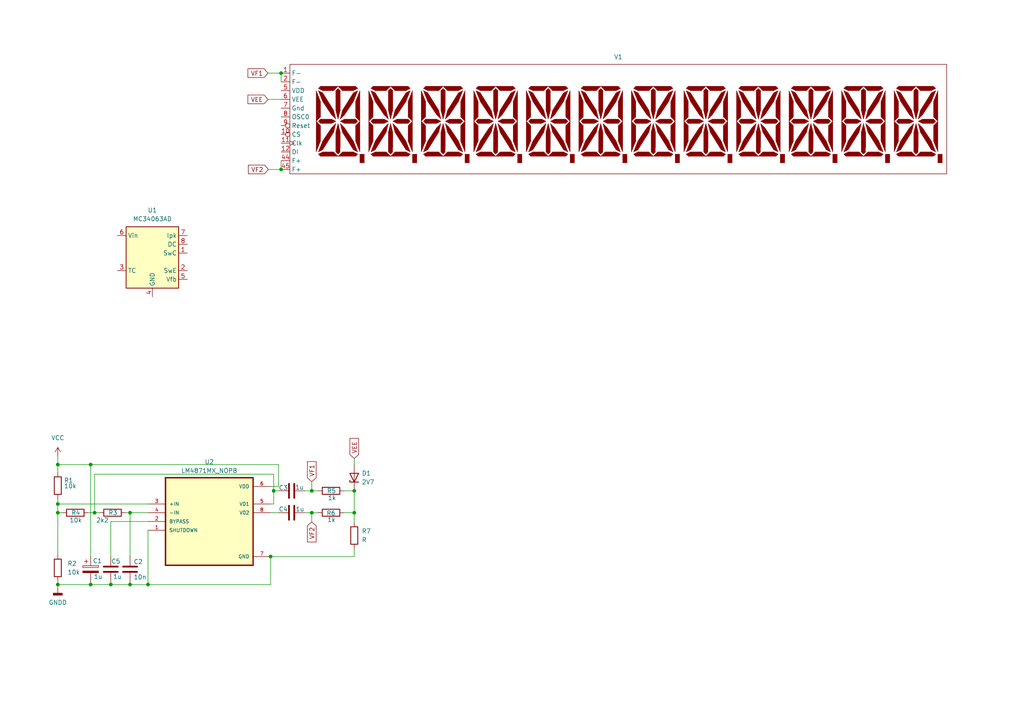
<source format=kicad_sch>
(kicad_sch (version 20230121) (generator eeschema)
  (paper "A4")
  (lib_symbols
    (symbol "Device:C" (pin_numbers hide) (pin_names (offset 0.254))
      (property "Reference" "C" (at 0.635 2.54 0))
      (property "Value" "C" (at 0.635 -2.54 0))
      (symbol "C_0_1"
        (polyline (pts (xy -2.032 -0.762) (xy 2.032 -0.762)) (stroke (width 0.508)))
        (polyline (pts (xy -2.032 0.762) (xy 2.032 0.762)) (stroke (width 0.508)))
      )
      (symbol "C_1_1"
        (pin passive line (at 0 3.81 270) (length 2.794) (name "~") (number "1"))
        (pin passive line (at 0 -3.81 90) (length 2.794) (name "~") (number "2"))
      )
    )
    (symbol "Device:C_Polarized" (pin_numbers hide) (pin_names (offset 0.254))
      (property "Reference" "C" (at 0.635 2.54 0))
      (property "Value" "C_Polarized" (at 0.635 -2.54 0))
      (symbol "C_Polarized_0_1"
        (rectangle (start -2.286 0.508) (end 2.286 1.016))
        (polyline (pts (xy -1.778 2.286) (xy -0.762 2.286)))
        (polyline (pts (xy -1.27 2.794) (xy -1.27 1.778)))
        (rectangle (start 2.286 -0.508) (end -2.286 -1.016) (fill (type outline)))
      )
      (symbol "C_Polarized_1_1"
        (pin passive line (at 0 3.81 270) (length 2.794) (name "~") (number "1"))
        (pin passive line (at 0 -3.81 90) (length 2.794) (name "~") (number "2"))
      )
    )
    (symbol "Device:D_Zener" (pin_numbers hide) (pin_names (offset 1.016) hide)
      (property "Reference" "D" (at 0 2.54 0))
      (property "Value" "D_Zener" (at 0 -2.54 0))
      (symbol "D_Zener_0_1"
        (polyline (pts (xy 1.27 0) (xy -1.27 0)))
        (polyline (pts (xy -1.27 -1.27) (xy -1.27 1.27) (xy -0.762 1.27)) (stroke (width 0.254)))
        (polyline (pts (xy 1.27 -1.27) (xy 1.27 1.27) (xy -1.27 0) (xy 1.27 -1.27)) (stroke (width 0.254)))
      )
      (symbol "D_Zener_1_1"
        (pin passive line (at -3.81 0 0) (length 2.54) (name "K") (number "1"))
        (pin passive line (at 3.81 0 180) (length 2.54) (name "A") (number "2"))
      )
    )
    (symbol "Device:R" (pin_numbers hide) (pin_names (offset 0))
      (property "Reference" "R" (at 2.032 0 90))
      (property "Value" "R" (at 0 0 90))
      (symbol "R_0_1"
        (rectangle (start -1.016 -2.54) (end 1.016 2.54) (stroke (width 0.254)))
      )
      (symbol "R_1_1"
        (pin passive line (at 0 3.81 270) (length 1.27) (name "~") (number "1"))
        (pin passive line (at 0 -3.81 90) (length 1.27) (name "~") (number "2"))
      )
    )
    (symbol "MyLib:LM4871MX_NOPB" (pin_names (offset 1.016))
      (property "Reference" "U" (at -12.7 13.7 0))
      (property "Value" "LM4871MX_NOPB" (at -12.7 -16.7 0))
      (symbol "LM4871MX_NOPB_0_0"
        (rectangle (start -12.7 -12.7) (end 12.7 12.7) (stroke (width 0.41)) (fill (type background)))
        (pin input line (at -17.78 -2.54 0) (length 5.08) (name "SHUTDOWN") (number "1"))
        (pin input line (at -17.78 0 0) (length 5.08) (name "BYPASS") (number "2"))
        (pin input line (at -17.78 5.08 0) (length 5.08) (name "+IN") (number "3"))
        (pin input line (at -17.78 2.54 0) (length 5.08) (name "-IN") (number "4"))
        (pin output line (at 17.78 5.08 180) (length 5.08) (name "V01") (number "5"))
        (pin power_in line (at 17.78 10.16 180) (length 5.08) (name "VDD") (number "6"))
        (pin power_in line (at 17.78 -10.16 180) (length 5.08) (name "GND") (number "7"))
        (pin output line (at 17.78 2.54 180) (length 5.08) (name "V02") (number "8"))
      )
    )
    (symbol "MyLib:VFD__HCS_12SS59T"
      (property "Reference" "V" (at 3.81 0 0))
      (symbol "VFD__HCS_12SS59T_0_1"
        (polyline (pts (xy -36.83 16.51) (xy 153.67 16.51) (xy 153.67 -15.24) (xy -36.83 -15.24) (xy -36.83 16.51)))
        (polyline (pts (xy -29.21 -8.89) (xy -29.21 0) (xy -27.94 -1.27) (xy -27.94 -5.715) (xy -29.21 -8.89)) (stroke (width 0.1016)) (fill (type outline)))
        (polyline (pts (xy -29.21 8.89) (xy -29.21 0) (xy -27.94 1.27) (xy -27.94 5.715) (xy -29.21 8.89)) (stroke (width 0.1016)) (fill (type outline)))
        (polyline (pts (xy -16.51 -9.525) (xy -16.51 -12.065) (xy -15.24 -12.065) (xy -15.24 -9.525) (xy -16.51 -9.525)) (stroke (width 0.1016)) (fill (type outline)))
        (polyline (pts (xy -16.51 -8.89) (xy -16.51 0) (xy -17.78 -1.27) (xy -17.78 -5.715) (xy -16.51 -8.89)) (stroke (width 0.1016)) (fill (type outline)))
        (polyline (pts (xy -16.51 8.89) (xy -16.51 0) (xy -17.78 1.27) (xy -17.78 5.715) (xy -16.51 8.89)) (stroke (width 0.1016)) (fill (type outline)))
        (polyline (pts (xy -13.97 -8.89) (xy -13.97 0) (xy -12.7 -1.27) (xy -12.7 -5.715) (xy -13.97 -8.89)) (stroke (width 0.1016)) (fill (type outline)))
        (polyline (pts (xy -13.97 8.89) (xy -13.97 0) (xy -12.7 1.27) (xy -12.7 5.715) (xy -13.97 8.89)) (stroke (width 0.1016)) (fill (type outline)))
        (polyline (pts (xy -1.27 -9.525) (xy -1.27 -12.065) (xy 0 -12.065) (xy 0 -9.525) (xy -1.27 -9.525)) (stroke (width 0.1016)) (fill (type outline)))
        (polyline (pts (xy -1.27 -8.89) (xy -1.27 0) (xy -2.54 -1.27) (xy -2.54 -5.715) (xy -1.27 -8.89)) (stroke (width 0.1016)) (fill (type outline)))
        (polyline (pts (xy -1.27 8.89) (xy -1.27 0) (xy -2.54 1.27) (xy -2.54 5.715) (xy -1.27 8.89)) (stroke (width 0.1016)) (fill (type outline)))
        (polyline (pts (xy 1.27 -8.89) (xy 1.27 0) (xy 2.54 -1.27) (xy 2.54 -5.715) (xy 1.27 -8.89)) (stroke (width 0.1016)) (fill (type outline)))
        (polyline (pts (xy 1.27 8.89) (xy 1.27 0) (xy 2.54 1.27) (xy 2.54 5.715) (xy 1.27 8.89)) (stroke (width 0.1016)) (fill (type outline)))
        (polyline (pts (xy 13.97 -9.525) (xy 13.97 -12.065) (xy 15.24 -12.065) (xy 15.24 -9.525) (xy 13.97 -9.525)) (stroke (width 0.1016)) (fill (type outline)))
        (polyline (pts (xy 13.97 -8.89) (xy 13.97 0) (xy 12.7 -1.27) (xy 12.7 -5.715) (xy 13.97 -8.89)) (stroke (width 0.1016)) (fill (type outline)))
        (polyline (pts (xy 13.97 8.89) (xy 13.97 0) (xy 12.7 1.27) (xy 12.7 5.715) (xy 13.97 8.89)) (stroke (width 0.1016)) (fill (type outline)))
        (polyline (pts (xy 16.51 -8.89) (xy 16.51 0) (xy 17.78 -1.27) (xy 17.78 -5.715) (xy 16.51 -8.89)) (stroke (width 0.1016)) (fill (type outline)))
        (polyline (pts (xy 16.51 8.89) (xy 16.51 0) (xy 17.78 1.27) (xy 17.78 5.715) (xy 16.51 8.89)) (stroke (width 0.1016)) (fill (type outline)))
        (polyline (pts (xy 29.21 -9.525) (xy 29.21 -12.065) (xy 30.48 -12.065) (xy 30.48 -9.525) (xy 29.21 -9.525)) (stroke (width 0.1016)) (fill (type outline)))
        (polyline (pts (xy 29.21 -8.89) (xy 29.21 0) (xy 27.94 -1.27) (xy 27.94 -5.715) (xy 29.21 -8.89)) (stroke (width 0.1016)) (fill (type outline)))
        (polyline (pts (xy 29.21 8.89) (xy 29.21 0) (xy 27.94 1.27) (xy 27.94 5.715) (xy 29.21 8.89)) (stroke (width 0.1016)) (fill (type outline)))
        (polyline (pts (xy 31.75 -8.89) (xy 31.75 0) (xy 33.02 -1.27) (xy 33.02 -5.715) (xy 31.75 -8.89)) (stroke (width 0.1016)) (fill (type outline)))
        (polyline (pts (xy 31.75 8.89) (xy 31.75 0) (xy 33.02 1.27) (xy 33.02 5.715) (xy 31.75 8.89)) (stroke (width 0.1016)) (fill (type outline)))
        (polyline (pts (xy 44.45 -9.525) (xy 44.45 -12.065) (xy 45.72 -12.065) (xy 45.72 -9.525) (xy 44.45 -9.525)) (stroke (width 0.1016)) (fill (type outline)))
        (polyline (pts (xy 44.45 -8.89) (xy 44.45 0) (xy 43.18 -1.27) (xy 43.18 -5.715) (xy 44.45 -8.89)) (stroke (width 0.1016)) (fill (type outline)))
        (polyline (pts (xy 44.45 8.89) (xy 44.45 0) (xy 43.18 1.27) (xy 43.18 5.715) (xy 44.45 8.89)) (stroke (width 0.1016)) (fill (type outline)))
        (polyline (pts (xy 46.99 -8.89) (xy 46.99 0) (xy 48.26 -1.27) (xy 48.26 -5.715) (xy 46.99 -8.89)) (stroke (width 0.1016)) (fill (type outline)))
        (polyline (pts (xy 46.99 8.89) (xy 46.99 0) (xy 48.26 1.27) (xy 48.26 5.715) (xy 46.99 8.89)) (stroke (width 0.1016)) (fill (type outline)))
        (polyline (pts (xy 59.69 -9.525) (xy 59.69 -12.065) (xy 60.96 -12.065) (xy 60.96 -9.525) (xy 59.69 -9.525)) (stroke (width 0.1016)) (fill (type outline)))
        (polyline (pts (xy 59.69 -8.89) (xy 59.69 0) (xy 58.42 -1.27) (xy 58.42 -5.715) (xy 59.69 -8.89)) (stroke (width 0.1016)) (fill (type outline)))
        (polyline (pts (xy 59.69 8.89) (xy 59.69 0) (xy 58.42 1.27) (xy 58.42 5.715) (xy 59.69 8.89)) (stroke (width 0.1016)) (fill (type outline)))
        (polyline (pts (xy 62.23 -8.89) (xy 62.23 0) (xy 63.5 -1.27) (xy 63.5 -5.715) (xy 62.23 -8.89)) (stroke (width 0.1016)) (fill (type outline)))
        (polyline (pts (xy 62.23 8.89) (xy 62.23 0) (xy 63.5 1.27) (xy 63.5 5.715) (xy 62.23 8.89)) (stroke (width 0.1016)) (fill (type outline)))
        (polyline (pts (xy 74.93 -9.525) (xy 74.93 -12.065) (xy 76.2 -12.065) (xy 76.2 -9.525) (xy 74.93 -9.525)) (stroke (width 0.1016)) (fill (type outline)))
        (polyline (pts (xy 74.93 -8.89) (xy 74.93 0) (xy 73.66 -1.27) (xy 73.66 -5.715) (xy 74.93 -8.89)) (stroke (width 0.1016)) (fill (type outline)))
        (polyline (pts (xy 74.93 8.89) (xy 74.93 0) (xy 73.66 1.27) (xy 73.66 5.715) (xy 74.93 8.89)) (stroke (width 0.1016)) (fill (type outline)))
        (polyline (pts (xy 77.47 -8.89) (xy 77.47 0) (xy 78.74 -1.27) (xy 78.74 -5.715) (xy 77.47 -8.89)) (stroke (width 0.1016)) (fill (type outline)))
        (polyline (pts (xy 77.47 8.89) (xy 77.47 0) (xy 78.74 1.27) (xy 78.74 5.715) (xy 77.47 8.89)) (stroke (width 0.1016)) (fill (type outline)))
        (polyline (pts (xy 90.17 -9.525) (xy 90.17 -12.065) (xy 91.44 -12.065) (xy 91.44 -9.525) (xy 90.17 -9.525)) (stroke (width 0.1016)) (fill (type outline)))
        (polyline (pts (xy 90.17 -8.89) (xy 90.17 0) (xy 88.9 -1.27) (xy 88.9 -5.715) (xy 90.17 -8.89)) (stroke (width 0.1016)) (fill (type outline)))
        (polyline (pts (xy 90.17 8.89) (xy 90.17 0) (xy 88.9 1.27) (xy 88.9 5.715) (xy 90.17 8.89)) (stroke (width 0.1016)) (fill (type outline)))
        (polyline (pts (xy 92.71 -8.89) (xy 92.71 0) (xy 93.98 -1.27) (xy 93.98 -5.715) (xy 92.71 -8.89)) (stroke (width 0.1016)) (fill (type outline)))
        (polyline (pts (xy 92.71 8.89) (xy 92.71 0) (xy 93.98 1.27) (xy 93.98 5.715) (xy 92.71 8.89)) (stroke (width 0.1016)) (fill (type outline)))
        (polyline (pts (xy 105.41 -9.525) (xy 105.41 -12.065) (xy 106.68 -12.065) (xy 106.68 -9.525) (xy 105.41 -9.525)) (stroke (width 0.1016)) (fill (type outline)))
        (polyline (pts (xy 105.41 -8.89) (xy 105.41 0) (xy 104.14 -1.27) (xy 104.14 -5.715) (xy 105.41 -8.89)) (stroke (width 0.1016)) (fill (type outline)))
        (polyline (pts (xy 105.41 8.89) (xy 105.41 0) (xy 104.14 1.27) (xy 104.14 5.715) (xy 105.41 8.89)) (stroke (width 0.1016)) (fill (type outline)))
        (polyline (pts (xy 107.95 -8.89) (xy 107.95 0) (xy 109.22 -1.27) (xy 109.22 -5.715) (xy 107.95 -8.89)) (stroke (width 0.1016)) (fill (type outline)))
        (polyline (pts (xy 107.95 8.89) (xy 107.95 0) (xy 109.22 1.27) (xy 109.22 5.715) (xy 107.95 8.89)) (stroke (width 0.1016)) (fill (type outline)))
        (polyline (pts (xy 120.65 -9.525) (xy 120.65 -12.065) (xy 121.92 -12.065) (xy 121.92 -9.525) (xy 120.65 -9.525)) (stroke (width 0.1016)) (fill (type outline)))
        (polyline (pts (xy 120.65 -8.89) (xy 120.65 0) (xy 119.38 -1.27) (xy 119.38 -5.715) (xy 120.65 -8.89)) (stroke (width 0.1016)) (fill (type outline)))
        (polyline (pts (xy 120.65 8.89) (xy 120.65 0) (xy 119.38 1.27) (xy 119.38 5.715) (xy 120.65 8.89)) (stroke (width 0.1016)) (fill (type outline)))
        (polyline (pts (xy 123.19 -8.89) (xy 123.19 0) (xy 124.46 -1.27) (xy 124.46 -5.715) (xy 123.19 -8.89)) (stroke (width 0.1016)) (fill (type outline)))
        (polyline (pts (xy 123.19 8.89) (xy 123.19 0) (xy 124.46 1.27) (xy 124.46 5.715) (xy 123.19 8.89)) (stroke (width 0.1016)) (fill (type outline)))
        (polyline (pts (xy 135.89 -9.525) (xy 135.89 -12.065) (xy 137.16 -12.065) (xy 137.16 -9.525) (xy 135.89 -9.525)) (stroke (width 0.1016)) (fill (type outline)))
        (polyline (pts (xy 135.89 -8.89) (xy 135.89 0) (xy 134.62 -1.27) (xy 134.62 -5.715) (xy 135.89 -8.89)) (stroke (width 0.1016)) (fill (type outline)))
        (polyline (pts (xy 135.89 8.89) (xy 135.89 0) (xy 134.62 1.27) (xy 134.62 5.715) (xy 135.89 8.89)) (stroke (width 0.1016)) (fill (type outline)))
        (polyline (pts (xy 138.43 -8.89) (xy 138.43 0) (xy 139.7 -1.27) (xy 139.7 -5.715) (xy 138.43 -8.89)) (stroke (width 0.1016)) (fill (type outline)))
        (polyline (pts (xy 138.43 8.89) (xy 138.43 0) (xy 139.7 1.27) (xy 139.7 5.715) (xy 138.43 8.89)) (stroke (width 0.1016)) (fill (type outline)))
        (polyline (pts (xy 151.13 -9.525) (xy 151.13 -12.065) (xy 152.4 -12.065) (xy 152.4 -9.525) (xy 151.13 -9.525)) (stroke (width 0.1016)) (fill (type outline)))
        (polyline (pts (xy 151.13 -8.89) (xy 151.13 0) (xy 149.86 -1.27) (xy 149.86 -5.715) (xy 151.13 -8.89)) (stroke (width 0.1016)) (fill (type outline)))
        (polyline (pts (xy 151.13 8.89) (xy 151.13 0) (xy 149.86 1.27) (xy 149.86 5.715) (xy 151.13 8.89)) (stroke (width 0.1016)) (fill (type outline)))
        (polyline (pts (xy -28.575 -9.525) (xy -27.94 -10.16) (xy -22.86 -10.16) (xy -24.13 -8.89) (xy -27.305 -8.89) (xy -28.575 -9.525)) (stroke (width 0.1016)) (fill (type outline)))
        (polyline (pts (xy -28.575 9.525) (xy -27.94 10.16) (xy -22.86 10.16) (xy -24.13 8.89) (xy -27.305 8.89) (xy -28.575 9.525)) (stroke (width 0.1016)) (fill (type outline)))
        (polyline (pts (xy -17.145 -9.525) (xy -17.78 -10.16) (xy -22.86 -10.16) (xy -21.59 -8.89) (xy -18.415 -8.89) (xy -17.145 -9.525)) (stroke (width 0.1016)) (fill (type outline)))
        (polyline (pts (xy -17.145 9.525) (xy -17.78 10.16) (xy -22.86 10.16) (xy -21.59 8.89) (xy -18.415 8.89) (xy -17.145 9.525)) (stroke (width 0.1016)) (fill (type outline)))
        (polyline (pts (xy -13.335 -9.525) (xy -12.7 -10.16) (xy -7.62 -10.16) (xy -8.89 -8.89) (xy -12.065 -8.89) (xy -13.335 -9.525)) (stroke (width 0.1016)) (fill (type outline)))
        (polyline (pts (xy -13.335 9.525) (xy -12.7 10.16) (xy -7.62 10.16) (xy -8.89 8.89) (xy -12.065 8.89) (xy -13.335 9.525)) (stroke (width 0.1016)) (fill (type outline)))
        (polyline (pts (xy -1.905 -9.525) (xy -2.54 -10.16) (xy -7.62 -10.16) (xy -6.35 -8.89) (xy -3.175 -8.89) (xy -1.905 -9.525)) (stroke (width 0.1016)) (fill (type outline)))
        (polyline (pts (xy -1.905 9.525) (xy -2.54 10.16) (xy -7.62 10.16) (xy -6.35 8.89) (xy -3.175 8.89) (xy -1.905 9.525)) (stroke (width 0.1016)) (fill (type outline)))
        (polyline (pts (xy 1.905 -9.525) (xy 2.54 -10.16) (xy 7.62 -10.16) (xy 6.35 -8.89) (xy 3.175 -8.89) (xy 1.905 -9.525)) (stroke (width 0.1016)) (fill (type outline)))
        (polyline (pts (xy 1.905 9.525) (xy 2.54 10.16) (xy 7.62 10.16) (xy 6.35 8.89) (xy 3.175 8.89) (xy 1.905 9.525)) (stroke (width 0.1016)) (fill (type outline)))
        (polyline (pts (xy 13.335 -9.525) (xy 12.7 -10.16) (xy 7.62 -10.16) (xy 8.89 -8.89) (xy 12.065 -8.89) (xy 13.335 -9.525)) (stroke (width 0.1016)) (fill (type outline)))
        (polyline (pts (xy 13.335 9.525) (xy 12.7 10.16) (xy 7.62 10.16) (xy 8.89 8.89) (xy 12.065 8.89) (xy 13.335 9.525)) (stroke (width 0.1016)) (fill (type outline)))
        (polyline (pts (xy 17.145 -9.525) (xy 17.78 -10.16) (xy 22.86 -10.16) (xy 21.59 -8.89) (xy 18.415 -8.89) (xy 17.145 -9.525)) (stroke (width 0.1016)) (fill (type outline)))
        (polyline (pts (xy 17.145 9.525) (xy 17.78 10.16) (xy 22.86 10.16) (xy 21.59 8.89) (xy 18.415 8.89) (xy 17.145 9.525)) (stroke (width 0.1016)) (fill (type outline)))
        (polyline (pts (xy 28.575 -9.525) (xy 27.94 -10.16) (xy 22.86 -10.16) (xy 24.13 -8.89) (xy 27.305 -8.89) (xy 28.575 -9.525)) (stroke (width 0.1016)) (fill (type outline)))
        (polyline (pts (xy 28.575 9.525) (xy 27.94 10.16) (xy 22.86 10.16) (xy 24.13 8.89) (xy 27.305 8.89) (xy 28.575 9.525)) (stroke (width 0.1016)) (fill (type outline)))
        (polyline (pts (xy 32.385 -9.525) (xy 33.02 -10.16) (xy 38.1 -10.16) (xy 36.83 -8.89) (xy 33.655 -8.89) (xy 32.385 -9.525)) (stroke (width 0.1016)) (fill (type outline)))
        (polyline (pts (xy 32.385 9.525) (xy 33.02 10.16) (xy 38.1 10.16) (xy 36.83 8.89) (xy 33.655 8.89) (xy 32.385 9.525)) (stroke (width 0.1016)) (fill (type outline)))
        (polyline (pts (xy 43.815 -9.525) (xy 43.18 -10.16) (xy 38.1 -10.16) (xy 39.37 -8.89) (xy 42.545 -8.89) (xy 43.815 -9.525)) (stroke (width 0.1016)) (fill (type outline)))
        (polyline (pts (xy 43.815 9.525) (xy 43.18 10.16) (xy 38.1 10.16) (xy 39.37 8.89) (xy 42.545 8.89) (xy 43.815 9.525)) (stroke (width 0.1016)) (fill (type outline)))
        (polyline (pts (xy 47.625 -9.525) (xy 48.26 -10.16) (xy 53.34 -10.16) (xy 52.07 -8.89) (xy 48.895 -8.89) (xy 47.625 -9.525)) (stroke (width 0.1016)) (fill (type outline)))
        (polyline (pts (xy 47.625 9.525) (xy 48.26 10.16) (xy 53.34 10.16) (xy 52.07 8.89) (xy 48.895 8.89) (xy 47.625 9.525)) (stroke (width 0.1016)) (fill (type outline)))
        (polyline (pts (xy 59.055 -9.525) (xy 58.42 -10.16) (xy 53.34 -10.16) (xy 54.61 -8.89) (xy 57.785 -8.89) (xy 59.055 -9.525)) (stroke (width 0.1016)) (fill (type outline)))
        (polyline (pts (xy 59.055 9.525) (xy 58.42 10.16) (xy 53.34 10.16) (xy 54.61 8.89) (xy 57.785 8.89) (xy 59.055 9.525)) (stroke (width 0.1016)) (fill (type outline)))
        (polyline (pts (xy 62.865 -9.525) (xy 63.5 -10.16) (xy 68.58 -10.16) (xy 67.31 -8.89) (xy 64.135 -8.89) (xy 62.865 -9.525)) (stroke (width 0.1016)) (fill (type outline)))
        (polyline (pts (xy 62.865 9.525) (xy 63.5 10.16) (xy 68.58 10.16) (xy 67.31 8.89) (xy 64.135 8.89) (xy 62.865 9.525)) (stroke (width 0.1016)) (fill (type outline)))
        (polyline (pts (xy 74.295 -9.525) (xy 73.66 -10.16) (xy 68.58 -10.16) (xy 69.85 -8.89) (xy 73.025 -8.89) (xy 74.295 -9.525)) (stroke (width 0.1016)) (fill (type outline)))
        (polyline (pts (xy 74.295 9.525) (xy 73.66 10.16) (xy 68.58 10.16) (xy 69.85 8.89) (xy 73.025 8.89) (xy 74.295 9.525)) (stroke (width 0.1016)) (fill (type outline)))
        (polyline (pts (xy 78.105 -9.525) (xy 78.74 -10.16) (xy 83.82 -10.16) (xy 82.55 -8.89) (xy 79.375 -8.89) (xy 78.105 -9.525)) (stroke (width 0.1016)) (fill (type outline)))
        (polyline (pts (xy 78.105 9.525) (xy 78.74 10.16) (xy 83.82 10.16) (xy 82.55 8.89) (xy 79.375 8.89) (xy 78.105 9.525)) (stroke (width 0.1016)) (fill (type outline)))
        (polyline (pts (xy 89.535 -9.525) (xy 88.9 -10.16) (xy 83.82 -10.16) (xy 85.09 -8.89) (xy 88.265 -8.89) (xy 89.535 -9.525)) (stroke (width 0.1016)) (fill (type outline)))
        (polyline (pts (xy 89.535 9.525) (xy 88.9 10.16) (xy 83.82 10.16) (xy 85.09 8.89) (xy 88.265 8.89) (xy 89.535 9.525)) (stroke (width 0.1016)) (fill (type outline)))
        (polyline (pts (xy 93.345 -9.525) (xy 93.98 -10.16) (xy 99.06 -10.16) (xy 97.79 -8.89) (xy 94.615 -8.89) (xy 93.345 -9.525)) (stroke (width 0.1016)) (fill (type outline)))
        (polyline (pts (xy 93.345 9.525) (xy 93.98 10.16) (xy 99.06 10.16) (xy 97.79 8.89) (xy 94.615 8.89) (xy 93.345 9.525)) (stroke (width 0.1016)) (fill (type outline)))
        (polyline (pts (xy 104.775 -9.525) (xy 104.14 -10.16) (xy 99.06 -10.16) (xy 100.33 -8.89) (xy 103.505 -8.89) (xy 104.775 -9.525)) (stroke (width 0.1016)) (fill (type outline)))
        (polyline (pts (xy 104.775 9.525) (xy 104.14 10.16) (xy 99.06 10.16) (xy 100.33 8.89) (xy 103.505 8.89) (xy 104.775 9.525)) (stroke (width 0.1016)) (fill (type outline)))
        (polyline (pts (xy 108.585 -9.525) (xy 109.22 -10.16) (xy 114.3 -10.16) (xy 113.03 -8.89) (xy 109.855 -8.89) (xy 108.585 -9.525)) (stroke (width 0.1016)) (fill (type outline)))
        (polyline (pts (xy 108.585 9.525) (xy 109.22 10.16) (xy 114.3 10.16) (xy 113.03 8.89) (xy 109.855 8.89) (xy 108.585 9.525)) (stroke (width 0.1016)) (fill (type outline)))
        (polyline (pts (xy 120.015 -9.525) (xy 119.38 -10.16) (xy 114.3 -10.16) (xy 115.57 -8.89) (xy 118.745 -8.89) (xy 120.015 -9.525)) (stroke (width 0.1016)) (fill (type outline)))
        (polyline (pts (xy 120.015 9.525) (xy 119.38 10.16) (xy 114.3 10.16) (xy 115.57 8.89) (xy 118.745 8.89) (xy 120.015 9.525)) (stroke (width 0.1016)) (fill (type outline)))
        (polyline (pts (xy 123.825 -9.525) (xy 124.46 -10.16) (xy 129.54 -10.16) (xy 128.27 -8.89) (xy 125.095 -8.89) (xy 123.825 -9.525)) (stroke (width 0.1016)) (fill (type outline)))
        (polyline (pts (xy 123.825 9.525) (xy 124.46 10.16) (xy 129.54 10.16) (xy 128.27 8.89) (xy 125.095 8.89) (xy 123.825 9.525)) (stroke (width 0.1016)) (fill (type outline)))
        (polyline (pts (xy 135.255 -9.525) (xy 134.62 -10.16) (xy 129.54 -10.16) (xy 130.81 -8.89) (xy 133.985 -8.89) (xy 135.255 -9.525)) (stroke (width 0.1016)) (fill (type outline)))
        (polyline (pts (xy 135.255 9.525) (xy 134.62 10.16) (xy 129.54 10.16) (xy 130.81 8.89) (xy 133.985 8.89) (xy 135.255 9.525)) (stroke (width 0.1016)) (fill (type outline)))
        (polyline (pts (xy 139.065 -9.525) (xy 139.7 -10.16) (xy 144.78 -10.16) (xy 143.51 -8.89) (xy 140.335 -8.89) (xy 139.065 -9.525)) (stroke (width 0.1016)) (fill (type outline)))
        (polyline (pts (xy 139.065 9.525) (xy 139.7 10.16) (xy 144.78 10.16) (xy 143.51 8.89) (xy 140.335 8.89) (xy 139.065 9.525)) (stroke (width 0.1016)) (fill (type outline)))
        (polyline (pts (xy 150.495 -9.525) (xy 149.86 -10.16) (xy 144.78 -10.16) (xy 146.05 -8.89) (xy 149.225 -8.89) (xy 150.495 -9.525)) (stroke (width 0.1016)) (fill (type outline)))
        (polyline (pts (xy 150.495 9.525) (xy 149.86 10.16) (xy 144.78 10.16) (xy 146.05 8.89) (xy 149.225 8.89) (xy 150.495 9.525)) (stroke (width 0.1016)) (fill (type outline)))
        (polyline (pts (xy -27.94 0.635) (xy -28.575 0) (xy -27.94 -0.635) (xy -24.765 -0.635) (xy -23.495 0) (xy -24.765 0.635) (xy -27.94 0.635)) (stroke (width 0.1016)) (fill (type outline)))
        (polyline (pts (xy -27.305 -5.715) (xy -24.765 -1.905) (xy -23.495 -0.635) (xy -24.13 -3.175) (xy -27.305 -8.255) (xy -28.575 -8.89) (xy -27.305 -5.715)) (stroke (width 0.1016)) (fill (type outline)))
        (polyline (pts (xy -27.305 5.715) (xy -24.765 1.905) (xy -23.495 0.635) (xy -24.13 3.175) (xy -27.305 8.255) (xy -28.575 8.89) (xy -27.305 5.715)) (stroke (width 0.1016)) (fill (type outline)))
        (polyline (pts (xy -22.225 -7.62) (xy -22.225 -3.175) (xy -22.86 -0.635) (xy -23.495 -3.175) (xy -23.495 -8.89) (xy -22.86 -9.525) (xy -22.225 -8.89)) (stroke (width 0.1016)) (fill (type outline)))
        (polyline (pts (xy -22.225 3.175) (xy -22.225 8.89) (xy -22.86 9.525) (xy -23.495 8.89) (xy -23.495 3.175) (xy -22.86 0.635) (xy -22.225 3.175)) (stroke (width 0.1016)) (fill (type outline)))
        (polyline (pts (xy -20.955 0.635) (xy -22.225 0) (xy -20.955 -0.635) (xy -17.78 -0.635) (xy -17.145 0) (xy -17.78 0.635) (xy -20.955 0.635)) (stroke (width 0.1016)) (fill (type outline)))
        (polyline (pts (xy -18.415 -5.715) (xy -20.955 -1.905) (xy -22.225 -0.635) (xy -21.59 -3.175) (xy -18.415 -8.255) (xy -17.145 -8.89) (xy -18.415 -5.715)) (stroke (width 0.1016)) (fill (type outline)))
        (polyline (pts (xy -18.415 5.715) (xy -20.955 1.905) (xy -22.225 0.635) (xy -21.59 3.175) (xy -18.415 8.255) (xy -17.145 8.89) (xy -18.415 5.715)) (stroke (width 0.1016)) (fill (type outline)))
        (polyline (pts (xy -12.7 0.635) (xy -13.335 0) (xy -12.7 -0.635) (xy -9.525 -0.635) (xy -8.255 0) (xy -9.525 0.635) (xy -12.7 0.635)) (stroke (width 0.1016)) (fill (type outline)))
        (polyline (pts (xy -12.065 -5.715) (xy -9.525 -1.905) (xy -8.255 -0.635) (xy -8.89 -3.175) (xy -12.065 -8.255) (xy -13.335 -8.89) (xy -12.065 -5.715)) (stroke (width 0.1016)) (fill (type outline)))
        (polyline (pts (xy -12.065 5.715) (xy -9.525 1.905) (xy -8.255 0.635) (xy -8.89 3.175) (xy -12.065 8.255) (xy -13.335 8.89) (xy -12.065 5.715)) (stroke (width 0.1016)) (fill (type outline)))
        (polyline (pts (xy -6.985 -7.62) (xy -6.985 -3.175) (xy -7.62 -0.635) (xy -8.255 -3.175) (xy -8.255 -8.89) (xy -7.62 -9.525) (xy -6.985 -8.89)) (stroke (width 0.1016)) (fill (type outline)))
        (polyline (pts (xy -6.985 3.175) (xy -6.985 8.89) (xy -7.62 9.525) (xy -8.255 8.89) (xy -8.255 3.175) (xy -7.62 0.635) (xy -6.985 3.175)) (stroke (width 0.1016)) (fill (type outline)))
        (polyline (pts (xy -5.715 0.635) (xy -6.985 0) (xy -5.715 -0.635) (xy -2.54 -0.635) (xy -1.905 0) (xy -2.54 0.635) (xy -5.715 0.635)) (stroke (width 0.1016)) (fill (type outline)))
        (polyline (pts (xy -3.175 -5.715) (xy -5.715 -1.905) (xy -6.985 -0.635) (xy -6.35 -3.175) (xy -3.175 -8.255) (xy -1.905 -8.89) (xy -3.175 -5.715)) (stroke (width 0.1016)) (fill (type outline)))
        (polyline (pts (xy -3.175 5.715) (xy -5.715 1.905) (xy -6.985 0.635) (xy -6.35 3.175) (xy -3.175 8.255) (xy -1.905 8.89) (xy -3.175 5.715)) (stroke (width 0.1016)) (fill (type outline)))
        (polyline (pts (xy 2.54 0.635) (xy 1.905 0) (xy 2.54 -0.635) (xy 5.715 -0.635) (xy 6.985 0) (xy 5.715 0.635) (xy 2.54 0.635)) (stroke (width 0.1016)) (fill (type outline)))
        (polyline (pts (xy 3.175 -5.715) (xy 5.715 -1.905) (xy 6.985 -0.635) (xy 6.35 -3.175) (xy 3.175 -8.255) (xy 1.905 -8.89) (xy 3.175 -5.715)) (stroke (width 0.1016)) (fill (type outline)))
        (polyline (pts (xy 3.175 5.715) (xy 5.715 1.905) (xy 6.985 0.635) (xy 6.35 3.175) (xy 3.175 8.255) (xy 1.905 8.89) (xy 3.175 5.715)) (stroke (width 0.1016)) (fill (type outline)))
        (polyline (pts (xy 8.255 -7.62) (xy 8.255 -3.175) (xy 7.62 -0.635) (xy 6.985 -3.175) (xy 6.985 -8.89) (xy 7.62 -9.525) (xy 8.255 -8.89)) (stroke (width 0.1016)) (fill (type outline)))
        (polyline (pts (xy 8.255 3.175) (xy 8.255 8.89) (xy 7.62 9.525) (xy 6.985 8.89) (xy 6.985 3.175) (xy 7.62 0.635) (xy 8.255 3.175)) (stroke (width 0.1016)) (fill (type outline)))
        (polyline (pts (xy 9.525 0.635) (xy 8.255 0) (xy 9.525 -0.635) (xy 12.7 -0.635) (xy 13.335 0) (xy 12.7 0.635) (xy 9.525 0.635)) (stroke (width 0.1016)) (fill (type outline)))
        (polyline (pts (xy 12.065 -5.715) (xy 9.525 -1.905) (xy 8.255 -0.635) (xy 8.89 -3.175) (xy 12.065 -8.255) (xy 13.335 -8.89) (xy 12.065 -5.715)) (stroke (width 0.1016)) (fill (type outline)))
        (polyline (pts (xy 12.065 5.715) (xy 9.525 1.905) (xy 8.255 0.635) (xy 8.89 3.175) (xy 12.065 8.255) (xy 13.335 8.89) (xy 12.065 5.715)) (stroke (width 0.1016)) (fill (type outline)))
        (polyline (pts (xy 17.78 0.635) (xy 17.145 0) (xy 17.78 -0.635) (xy 20.955 -0.635) (xy 22.225 0) (xy 20.955 0.635) (xy 17.78 0.635)) (stroke (width 0.1016)) (fill (type outline)))
        (polyline (pts (xy 18.415 -5.715) (xy 20.955 -1.905) (xy 22.225 -0.635) (xy 21.59 -3.175) (xy 18.415 -8.255) (xy 17.145 -8.89) (xy 18.415 -5.715)) (stroke (width 0.1016)) (fill (type outline)))
        (polyline (pts (xy 18.415 5.715) (xy 20.955 1.905) (xy 22.225 0.635) (xy 21.59 3.175) (xy 18.415 8.255) (xy 17.145 8.89) (xy 18.415 5.715)) (stroke (width 0.1016)) (fill (type outline)))
        (polyline (pts (xy 23.495 -7.62) (xy 23.495 -3.175) (xy 22.86 -0.635) (xy 22.225 -3.175) (xy 22.225 -8.89) (xy 22.86 -9.525) (xy 23.495 -8.89)) (stroke (width 0.1016)) (fill (type outline)))
        (polyline (pts (xy 23.495 3.175) (xy 23.495 8.89) (xy 22.86 9.525) (xy 22.225 8.89) (xy 22.225 3.175) (xy 22.86 0.635) (xy 23.495 3.175)) (stroke (width 0.1016)) (fill (type outline)))
        (polyline (pts (xy 24.765 0.635) (xy 23.495 0) (xy 24.765 -0.635) (xy 27.94 -0.635) (xy 28.575 0) (xy 27.94 0.635) (xy 24.765 0.635)) (stroke (width 0.1016)) (fill (type outline)))
        (polyline (pts (xy 27.305 -5.715) (xy 24.765 -1.905) (xy 23.495 -0.635) (xy 24.13 -3.175) (xy 27.305 -8.255) (xy 28.575 -8.89) (xy 27.305 -5.715)) (stroke (width 0.1016)) (fill (type outline)))
        (polyline (pts (xy 27.305 5.715) (xy 24.765 1.905) (xy 23.495 0.635) (xy 24.13 3.175) (xy 27.305 8.255) (xy 28.575 8.89) (xy 27.305 5.715)) (stroke (width 0.1016)) (fill (type outline)))
        (polyline (pts (xy 33.02 0.635) (xy 32.385 0) (xy 33.02 -0.635) (xy 36.195 -0.635) (xy 37.465 0) (xy 36.195 0.635) (xy 33.02 0.635)) (stroke (width 0.1016)) (fill (type outline)))
        (polyline (pts (xy 33.655 -5.715) (xy 36.195 -1.905) (xy 37.465 -0.635) (xy 36.83 -3.175) (xy 33.655 -8.255) (xy 32.385 -8.89) (xy 33.655 -5.715)) (stroke (width 0.1016)) (fill (type outline)))
        (polyline (pts (xy 33.655 5.715) (xy 36.195 1.905) (xy 37.465 0.635) (xy 36.83 3.175) (xy 33.655 8.255) (xy 32.385 8.89) (xy 33.655 5.715)) (stroke (width 0.1016)) (fill (type outline)))
        (polyline (pts (xy 38.735 -7.62) (xy 38.735 -3.175) (xy 38.1 -0.635) (xy 37.465 -3.175) (xy 37.465 -8.89) (xy 38.1 -9.525) (xy 38.735 -8.89)) (stroke (width 0.1016)) (fill (type outline)))
        (polyline (pts (xy 38.735 3.175) (xy 38.735 8.89) (xy 38.1 9.525) (xy 37.465 8.89) (xy 37.465 3.175) (xy 38.1 0.635) (xy 38.735 3.175)) (stroke (width 0.1016)) (fill (type outline)))
        (polyline (pts (xy 40.005 0.635) (xy 38.735 0) (xy 40.005 -0.635) (xy 43.18 -0.635) (xy 43.815 0) (xy 43.18 0.635) (xy 40.005 0.635)) (stroke (width 0.1016)) (fill (type outline)))
        (polyline (pts (xy 42.545 -5.715) (xy 40.005 -1.905) (xy 38.735 -0.635) (xy 39.37 -3.175) (xy 42.545 -8.255) (xy 43.815 -8.89) (xy 42.545 -5.715)) (stroke (width 0.1016)) (fill (type outline)))
        (polyline (pts (xy 42.545 5.715) (xy 40.005 1.905) (xy 38.735 0.635) (xy 39.37 3.175) (xy 42.545 8.255) (xy 43.815 8.89) (xy 42.545 5.715)) (stroke (width 0.1016)) (fill (type outline)))
        (polyline (pts (xy 48.26 0.635) (xy 47.625 0) (xy 48.26 -0.635) (xy 51.435 -0.635) (xy 52.705 0) (xy 51.435 0.635) (xy 48.26 0.635)) (stroke (width 0.1016)) (fill (type outline)))
        (polyline (pts (xy 48.895 -5.715) (xy 51.435 -1.905) (xy 52.705 -0.635) (xy 52.07 -3.175) (xy 48.895 -8.255) (xy 47.625 -8.89) (xy 48.895 -5.715)) (stroke (width 0.1016)) (fill (type outline)))
        (polyline (pts (xy 48.895 5.715) (xy 51.435 1.905) (xy 52.705 0.635) (xy 52.07 3.175) (xy 48.895 8.255) (xy 47.625 8.89) (xy 48.895 5.715)) (stroke (width 0.1016)) (fill (type outline)))
        (polyline (pts (xy 53.975 -7.62) (xy 53.975 -3.175) (xy 53.34 -0.635) (xy 52.705 -3.175) (xy 52.705 -8.89) (xy 53.34 -9.525) (xy 53.975 -8.89)) (stroke (width 0.1016)) (fill (type outline)))
        (polyline (pts (xy 53.975 3.175) (xy 53.975 8.89) (xy 53.34 9.525) (xy 52.705 8.89) (xy 52.705 3.175) (xy 53.34 0.635) (xy 53.975 3.175)) (stroke (width 0.1016)) (fill (type outline)))
        (polyline (pts (xy 55.245 0.635) (xy 53.975 0) (xy 55.245 -0.635) (xy 58.42 -0.635) (xy 59.055 0) (xy 58.42 0.635) (xy 55.245 0.635)) (stroke (width 0.1016)) (fill (type outline)))
        (polyline (pts (xy 57.785 -5.715) (xy 55.245 -1.905) (xy 53.975 -0.635) (xy 54.61 -3.175) (xy 57.785 -8.255) (xy 59.055 -8.89) (xy 57.785 -5.715)) (stroke (width 0.1016)) (fill (type outline)))
        (polyline (pts (xy 57.785 5.715) (xy 55.245 1.905) (xy 53.975 0.635) (xy 54.61 3.175) (xy 57.785 8.255) (xy 59.055 8.89) (xy 57.785 5.715)) (stroke (width 0.1016)) (fill (type outline)))
        (polyline (pts (xy 63.5 0.635) (xy 62.865 0) (xy 63.5 -0.635) (xy 66.675 -0.635) (xy 67.945 0) (xy 66.675 0.635) (xy 63.5 0.635)) (stroke (width 0.1016)) (fill (type outline)))
        (polyline (pts (xy 64.135 -5.715) (xy 66.675 -1.905) (xy 67.945 -0.635) (xy 67.31 -3.175) (xy 64.135 -8.255) (xy 62.865 -8.89) (xy 64.135 -5.715)) (stroke (width 0.1016)) (fill (type outline)))
        (polyline (pts (xy 64.135 5.715) (xy 66.675 1.905) (xy 67.945 0.635) (xy 67.31 3.175) (xy 64.135 8.255) (xy 62.865 8.89) (xy 64.135 5.715)) (stroke (width 0.1016)) (fill (type outline)))
        (polyline (pts (xy 69.215 -7.62) (xy 69.215 -3.175) (xy 68.58 -0.635) (xy 67.945 -3.175) (xy 67.945 -8.89) (xy 68.58 -9.525) (xy 69.215 -8.89)) (stroke (width 0.1016)) (fill (type outline)))
        (polyline (pts (xy 69.215 3.175) (xy 69.215 8.89) (xy 68.58 9.525) (xy 67.945 8.89) (xy 67.945 3.175) (xy 68.58 0.635) (xy 69.215 3.175)) (stroke (width 0.1016)) (fill (type outline)))
        (polyline (pts (xy 70.485 0.635) (xy 69.215 0) (xy 70.485 -0.635) (xy 73.66 -0.635) (xy 74.295 0) (xy 73.66 0.635) (xy 70.485 0.635)) (stroke (width 0.1016)) (fill (type outline)))
        (polyline (pts (xy 73.025 -5.715) (xy 70.485 -1.905) (xy 69.215 -0.635) (xy 69.85 -3.175) (xy 73.025 -8.255) (xy 74.295 -8.89) (xy 73.025 -5.715)) (stroke (width 0.1016)) (fill (type outline)))
        (polyline (pts (xy 73.025 5.715) (xy 70.485 1.905) (xy 69.215 0.635) (xy 69.85 3.175) (xy 73.025 8.255) (xy 74.295 8.89) (xy 73.025 5.715)) (stroke (width 0.1016)) (fill (type outline)))
        (polyline (pts (xy 78.74 0.635) (xy 78.105 0) (xy 78.74 -0.635) (xy 81.915 -0.635) (xy 83.185 0) (xy 81.915 0.635) (xy 78.74 0.635)) (stroke (width 0.1016)) (fill (type outline)))
        (polyline (pts (xy 79.375 -5.715) (xy 81.915 -1.905) (xy 83.185 -0.635) (xy 82.55 -3.175) (xy 79.375 -8.255) (xy 78.105 -8.89) (xy 79.375 -5.715)) (stroke (width 0.1016)) (fill (type outline)))
        (polyline (pts (xy 79.375 5.715) (xy 81.915 1.905) (xy 83.185 0.635) (xy 82.55 3.175) (xy 79.375 8.255) (xy 78.105 8.89) (xy 79.375 5.715)) (stroke (width 0.1016)) (fill (type outline)))
        (polyline (pts (xy 84.455 -7.62) (xy 84.455 -3.175) (xy 83.82 -0.635) (xy 83.185 -3.175) (xy 83.185 -8.89) (xy 83.82 -9.525) (xy 84.455 -8.89)) (stroke (width 0.1016)) (fill (type outline)))
        (polyline (pts (xy 84.455 3.175) (xy 84.455 8.89) (xy 83.82 9.525) (xy 83.185 8.89) (xy 83.185 3.175) (xy 83.82 0.635) (xy 84.455 3.175)) (stroke (width 0.1016)) (fill (type outline)))
        (polyline (pts (xy 85.725 0.635) (xy 84.455 0) (xy 85.725 -0.635) (xy 88.9 -0.635) (xy 89.535 0) (xy 88.9 0.635) (xy 85.725 0.635)) (stroke (width 0.1016)) (fill (type outline)))
        (polyline (pts (xy 88.265 -5.715) (xy 85.725 -1.905) (xy 84.455 -0.635) (xy 85.09 -3.175) (xy 88.265 -8.255) (xy 89.535 -8.89) (xy 88.265 -5.715)) (stroke (width 0.1016)) (fill (type outline)))
        (polyline (pts (xy 88.265 5.715) (xy 85.725 1.905) (xy 84.455 0.635) (xy 85.09 3.175) (xy 88.265 8.255) (xy 89.535 8.89) (xy 88.265 5.715)) (stroke (width 0.1016)) (fill (type outline)))
        (polyline (pts (xy 93.98 0.635) (xy 93.345 0) (xy 93.98 -0.635) (xy 97.155 -0.635) (xy 98.425 0) (xy 97.155 0.635) (xy 93.98 0.635)) (stroke (width 0.1016)) (fill (type outline)))
        (polyline (pts (xy 94.615 -5.715) (xy 97.155 -1.905) (xy 98.425 -0.635) (xy 97.79 -3.175) (xy 94.615 -8.255) (xy 93.345 -8.89) (xy 94.615 -5.715)) (stroke (width 0.1016)) (fill (type outline)))
        (polyline (pts (xy 94.615 5.715) (xy 97.155 1.905) (xy 98.425 0.635) (xy 97.79 3.175) (xy 94.615 8.255) (xy 93.345 8.89) (xy 94.615 5.715)) (stroke (width 0.1016)) (fill (type outline)))
        (polyline (pts (xy 99.695 -7.62) (xy 99.695 -3.175) (xy 99.06 -0.635) (xy 98.425 -3.175) (xy 98.425 -8.89) (xy 99.06 -9.525) (xy 99.695 -8.89)) (stroke (width 0.1016)) (fill (type outline)))
        (polyline (pts (xy 99.695 3.175) (xy 99.695 8.89) (xy 99.06 9.525) (xy 98.425 8.89) (xy 98.425 3.175) (xy 99.06 0.635) (xy 99.695 3.175)) (stroke (width 0.1016)) (fill (type outline)))
        (polyline (pts (xy 100.965 0.635) (xy 99.695 0) (xy 100.965 -0.635) (xy 104.14 -0.635) (xy 104.775 0) (xy 104.14 0.635) (xy 100.965 0.635)) (stroke (width 0.1016)) (fill (type outline)))
        (polyline (pts (xy 103.505 -5.715) (xy 100.965 -1.905) (xy 99.695 -0.635) (xy 100.33 -3.175) (xy 103.505 -8.255) (xy 104.775 -8.89) (xy 103.505 -5.715)) (stroke (width 0.1016)) (fill (type outline)))
        (polyline (pts (xy 103.505 5.715) (xy 100.965 1.905) (xy 99.695 0.635) (xy 100.33 3.175) (xy 103.505 8.255) (xy 104.775 8.89) (xy 103.505 5.715)) (stroke (width 0.1016)) (fill (type outline)))
        (polyline (pts (xy 109.22 0.635) (xy 108.585 0) (xy 109.22 -0.635) (xy 112.395 -0.635) (xy 113.665 0) (xy 112.395 0.635) (xy 109.22 0.635)) (stroke (width 0.1016)) (fill (type outline)))
        (polyline (pts (xy 109.855 -5.715) (xy 112.395 -1.905) (xy 113.665 -0.635) (xy 113.03 -3.175) (xy 109.855 -8.255) (xy 108.585 -8.89) (xy 109.855 -5.715)) (stroke (width 0.1016)) (fill (type outline)))
        (polyline (pts (xy 109.855 5.715) (xy 112.395 1.905) (xy 113.665 0.635) (xy 113.03 3.175) (xy 109.855 8.255) (xy 108.585 8.89) (xy 109.855 5.715)) (stroke (width 0.1016)) (fill (type outline)))
        (polyline (pts (xy 114.935 -7.62) (xy 114.935 -3.175) (xy 114.3 -0.635) (xy 113.665 -3.175) (xy 113.665 -8.89) (xy 114.3 -9.525) (xy 114.935 -8.89)) (stroke (width 0.1016)) (fill (type outline)))
        (polyline (pts (xy 114.935 3.175) (xy 114.935 8.89) (xy 114.3 9.525) (xy 113.665 8.89) (xy 113.665 3.175) (xy 114.3 0.635) (xy 114.935 3.175)) (stroke (width 0.1016)) (fill (type outline)))
        (polyline (pts (xy 116.205 0.635) (xy 114.935 0) (xy 116.205 -0.635) (xy 119.38 -0.635) (xy 120.015 0) (xy 119.38 0.635) (xy 116.205 0.635)) (stroke (width 0.1016)) (fill (type outline)))
        (polyline (pts (xy 118.745 -5.715) (xy 116.205 -1.905) (xy 114.935 -0.635) (xy 115.57 -3.175) (xy 118.745 -8.255) (xy 120.015 -8.89) (xy 118.745 -5.715)) (stroke (width 0.1016)) (fill (type outline)))
        (polyline (pts (xy 118.745 5.715) (xy 116.205 1.905) (xy 114.935 0.635) (xy 115.57 3.175) (xy 118.745 8.255) (xy 120.015 8.89) (xy 118.745 5.715)) (stroke (width 0.1016)) (fill (type outline)))
        (polyline (pts (xy 124.46 0.635) (xy 123.825 0) (xy 124.46 -0.635) (xy 127.635 -0.635) (xy 128.905 0) (xy 127.635 0.635) (xy 124.46 0.635)) (stroke (width 0.1016)) (fill (type outline)))
        (polyline (pts (xy 125.095 -5.715) (xy 127.635 -1.905) (xy 128.905 -0.635) (xy 128.27 -3.175) (xy 125.095 -8.255) (xy 123.825 -8.89) (xy 125.095 -5.715)) (stroke (width 0.1016)) (fill (type outline)))
        (polyline (pts (xy 125.095 5.715) (xy 127.635 1.905) (xy 128.905 0.635) (xy 128.27 3.175) (xy 125.095 8.255) (xy 123.825 8.89) (xy 125.095 5.715)) (stroke (width 0.1016)) (fill (type outline)))
        (polyline (pts (xy 130.175 -7.62) (xy 130.175 -3.175) (xy 129.54 -0.635) (xy 128.905 -3.175) (xy 128.905 -8.89) (xy 129.54 -9.525) (xy 130.175 -8.89)) (stroke (width 0.1016)) (fill (type outline)))
        (polyline (pts (xy 130.175 3.175) (xy 130.175 8.89) (xy 129.54 9.525) (xy 128.905 8.89) (xy 128.905 3.175) (xy 129.54 0.635) (xy 130.175 3.175)) (stroke (width 0.1016)) (fill (type outline)))
        (polyline (pts (xy 131.445 0.635) (xy 130.175 0) (xy 131.445 -0.635) (xy 134.62 -0.635) (xy 135.255 0) (xy 134.62 0.635) (xy 131.445 0.635)) (stroke (width 0.1016)) (fill (type outline)))
        (polyline (pts (xy 133.985 -5.715) (xy 131.445 -1.905) (xy 130.175 -0.635) (xy 130.81 -3.175) (xy 133.985 -8.255) (xy 135.255 -8.89) (xy 133.985 -5.715)) (stroke (width 0.1016)) (fill (type outline)))
        (polyline (pts (xy 133.985 5.715) (xy 131.445 1.905) (xy 130.175 0.635) (xy 130.81 3.175) (xy 133.985 8.255) (xy 135.255 8.89) (xy 133.985 5.715)) (stroke (width 0.1016)) (fill (type outline)))
        (polyline (pts (xy 139.7 0.635) (xy 139.065 0) (xy 139.7 -0.635) (xy 142.875 -0.635) (xy 144.145 0) (xy 142.875 0.635) (xy 139.7 0.635)) (stroke (width 0.1016)) (fill (type outline)))
        (polyline (pts (xy 140.335 -5.715) (xy 142.875 -1.905) (xy 144.145 -0.635) (xy 143.51 -3.175) (xy 140.335 -8.255) (xy 139.065 -8.89) (xy 140.335 -5.715)) (stroke (width 0.1016)) (fill (type outline)))
        (polyline (pts (xy 140.335 5.715) (xy 142.875 1.905) (xy 144.145 0.635) (xy 143.51 3.175) (xy 140.335 8.255) (xy 139.065 8.89) (xy 140.335 5.715)) (stroke (width 0.1016)) (fill (type outline)))
        (polyline (pts (xy 145.415 -7.62) (xy 145.415 -3.175) (xy 144.78 -0.635) (xy 144.145 -3.175) (xy 144.145 -8.89) (xy 144.78 -9.525) (xy 145.415 -8.89)) (stroke (width 0.1016)) (fill (type outline)))
        (polyline (pts (xy 145.415 3.175) (xy 145.415 8.89) (xy 144.78 9.525) (xy 144.145 8.89) (xy 144.145 3.175) (xy 144.78 0.635) (xy 145.415 3.175)) (stroke (width 0.1016)) (fill (type outline)))
        (polyline (pts (xy 146.685 0.635) (xy 145.415 0) (xy 146.685 -0.635) (xy 149.86 -0.635) (xy 150.495 0) (xy 149.86 0.635) (xy 146.685 0.635)) (stroke (width 0.1016)) (fill (type outline)))
        (polyline (pts (xy 149.225 -5.715) (xy 146.685 -1.905) (xy 145.415 -0.635) (xy 146.05 -3.175) (xy 149.225 -8.255) (xy 150.495 -8.89) (xy 149.225 -5.715)) (stroke (width 0.1016)) (fill (type outline)))
        (polyline (pts (xy 149.225 5.715) (xy 146.685 1.905) (xy 145.415 0.635) (xy 146.05 3.175) (xy 149.225 8.255) (xy 150.495 8.89) (xy 149.225 5.715)) (stroke (width 0.1016)) (fill (type outline)))
      )
      (symbol "VFD__HCS_12SS59T_1_1"
        (pin power_in line (at -39.37 13.97 0) (length 2.54) (name "F-") (number "1"))
        (pin passive inverted (at -39.37 -3.81 0) (length 2.54) (name "CS") (number "10"))
        (pin passive clock (at -39.37 -6.35 0) (length 2.54) (name "Clk") (number "11"))
        (pin passive line (at -39.37 -8.89 0) (length 2.54) (name "DI") (number "12"))
        (pin passive line (at -39.37 11.43 0) (length 2.54) (name "F-") (number "2"))
        (pin passive line (at -39.37 -11.43 0) (length 2.54) (name "F+") (number "44"))
        (pin passive line (at -39.37 -13.97 0) (length 2.54) (name "F+") (number "45"))
        (pin passive line (at -39.37 8.89 0) (length 2.54) (name "VDD") (number "5"))
        (pin passive line (at -39.37 6.35 0) (length 2.54) (name "VEE") (number "6"))
        (pin passive line (at -39.37 3.81 0) (length 2.54) (name "Gnd") (number "7"))
        (pin passive line (at -39.37 1.27 0) (length 2.54) (name "OSC0") (number "8"))
        (pin passive inverted (at -39.37 -1.27 0) (length 2.54) (name "Reset") (number "9"))
      )
    )
    (symbol "Regulator_Switching:MC34063AD"
      (property "Reference" "U" (at -7.62 8.89 0))
      (property "Value" "MC34063AD" (at 0 8.89 0))
      (symbol "MC34063AD_0_1"
        (rectangle (start -7.62 7.62) (end 7.62 -10.16) (stroke (width 0.254)) (fill (type background)))
      )
      (symbol "MC34063AD_1_1"
        (pin open_collector line (at 10.16 0 180) (length 2.54) (name "SwC") (number "1"))
        (pin open_emitter line (at 10.16 -5.08 180) (length 2.54) (name "SwE") (number "2"))
        (pin passive line (at -10.16 -5.08 0) (length 2.54) (name "TC") (number "3"))
        (pin power_in line (at 0 -12.7 90) (length 2.54) (name "GND") (number "4"))
        (pin input line (at 10.16 -7.62 180) (length 2.54) (name "Vfb") (number "5"))
        (pin power_in line (at -10.16 5.08 0) (length 2.54) (name "Vin") (number "6"))
        (pin input line (at 10.16 5.08 180) (length 2.54) (name "Ipk") (number "7"))
        (pin open_collector line (at 10.16 2.54 180) (length 2.54) (name "DC") (number "8"))
      )
    )
    (symbol "power:GNDD" (power) (pin_names (offset 0))
      (property "Value" "GNDD" (at 0 -3.175 0))
      (symbol "GNDD_0_1"
        (rectangle (start -1.27 -1.524) (end 1.27 -2.032) (stroke (width 0.254)) (fill (type outline)))
        (polyline (pts (xy 0 0) (xy 0 -1.524)))
      )
      (symbol "GNDD_1_1"
        (pin power_in line (at 0 0 270) (length 0) hide (name "GNDD") (number "1"))
      )
    )
    (symbol "power:VCC" (power) (pin_names (offset 0))
      (property "Value" "VCC" (at 0 3.81 0))
      (symbol "VCC_0_1"
        (polyline (pts (xy -0.762 1.27) (xy 0 2.54)))
        (polyline (pts (xy 0 0) (xy 0 2.54)))
        (polyline (pts (xy 0 2.54) (xy 0.762 1.27)))
      )
      (symbol "VCC_1_1"
        (pin power_in line (at 0 0 90) (length 0) hide (name "VCC") (number "1"))
      )
    )
  )
  (junction (at 16.764 148.717))
  (junction (at 16.764 146.177))
  (junction (at 16.764 169.545))
  (junction (at 16.764 134.747))
  (junction (at 90.424 142.367))
  (junction (at 32.131 169.545))
  (junction (at 37.719 148.717))
  (junction (at 81.534 21.209))
  (junction (at 37.719 169.545))
  (junction (at 78.486 161.417))
  (junction (at 26.289 169.545))
  (junction (at 102.743 142.367))
  (junction (at 26.289 134.747))
  (junction (at 81.534 49.149))
  (junction (at 102.743 148.717))
  (junction (at 79.375 142.367))
  (junction (at 90.424 148.717))
  (junction (at 42.926 169.545))
  (junction (at 27.432 148.717))
  (wire (pts (xy 77.724 28.829) (xy 81.534 28.829)))
  (wire (pts (xy 16.764 146.177) (xy 16.764 148.717)))
  (wire (pts (xy 92.202 142.367) (xy 90.424 142.367)))
  (wire (pts (xy 80.772 141.097) (xy 80.772 134.747)))
  (wire (pts (xy 37.719 161.29) (xy 37.719 148.717)))
  (wire (pts (xy 77.851 49.149) (xy 81.534 49.149)))
  (wire (pts (xy 26.289 169.545) (xy 16.764 169.545)))
  (wire (pts (xy 102.743 132.969) (xy 102.743 134.747)))
  (wire (pts (xy 79.375 142.367) (xy 79.375 146.177)))
  (wire (pts (xy 90.424 142.367) (xy 88.392 142.367)))
  (wire (pts (xy 16.764 148.717) (xy 18.034 148.717)))
  (wire (pts (xy 26.289 169.545) (xy 32.131 169.545)))
  (wire (pts (xy 102.743 151.511) (xy 102.743 148.717)))
  (wire (pts (xy 78.486 148.717) (xy 80.772 148.717)))
  (wire (pts (xy 32.131 151.257) (xy 42.926 151.257)))
  (wire (pts (xy 25.654 148.717) (xy 27.432 148.717)))
  (wire (pts (xy 90.424 148.717) (xy 88.392 148.717)))
  (wire (pts (xy 37.719 168.91) (xy 37.719 169.545)))
  (wire (pts (xy 36.449 148.717) (xy 37.719 148.717)))
  (wire (pts (xy 102.743 148.717) (xy 102.743 142.367)))
  (wire (pts (xy 32.131 168.91) (xy 32.131 169.545)))
  (wire (pts (xy 102.743 161.417) (xy 102.743 159.131)))
  (wire (pts (xy 81.534 21.209) (xy 81.534 23.749)))
  (wire (pts (xy 79.375 142.367) (xy 80.772 142.367)))
  (wire (pts (xy 80.772 141.097) (xy 78.486 141.097)))
  (wire (pts (xy 90.424 148.717) (xy 90.424 151.384)))
  (wire (pts (xy 99.822 148.717) (xy 102.743 148.717)))
  (wire (pts (xy 42.926 169.545) (xy 37.719 169.545)))
  (wire (pts (xy 99.822 142.367) (xy 102.743 142.367)))
  (wire (pts (xy 90.424 139.7) (xy 90.424 142.367)))
  (wire (pts (xy 16.764 168.529) (xy 16.764 169.545)))
  (wire (pts (xy 77.724 21.209) (xy 81.534 21.209)))
  (wire (pts (xy 27.432 148.717) (xy 28.829 148.717)))
  (wire (pts (xy 26.289 134.747) (xy 80.772 134.747)))
  (wire (pts (xy 37.719 148.717) (xy 42.926 148.717)))
  (wire (pts (xy 81.534 46.609) (xy 81.534 49.149)))
  (wire (pts (xy 16.764 134.747) (xy 26.289 134.747)))
  (wire (pts (xy 16.764 169.545) (xy 16.764 170.561)))
  (wire (pts (xy 16.764 148.717) (xy 16.764 160.909)))
  (wire (pts (xy 92.202 148.717) (xy 90.424 148.717)))
  (wire (pts (xy 27.432 137.541) (xy 79.375 137.541)))
  (wire (pts (xy 26.289 134.747) (xy 26.289 161.29)))
  (wire (pts (xy 32.131 169.545) (xy 37.719 169.545)))
  (wire (pts (xy 78.486 161.417) (xy 102.743 161.417)))
  (wire (pts (xy 78.486 146.177) (xy 79.375 146.177)))
  (wire (pts (xy 16.764 146.177) (xy 42.926 146.177)))
  (wire (pts (xy 79.375 137.541) (xy 79.375 142.367)))
  (wire (pts (xy 16.764 132.334) (xy 16.764 134.747)))
  (wire (pts (xy 42.926 153.797) (xy 42.926 169.545)))
  (wire (pts (xy 78.486 161.417) (xy 78.486 169.545)))
  (wire (pts (xy 26.289 168.91) (xy 26.289 169.545)))
  (wire (pts (xy 32.131 161.29) (xy 32.131 151.257)))
  (wire (pts (xy 27.432 148.717) (xy 27.432 137.541)))
  (wire (pts (xy 16.764 137.033) (xy 16.764 134.747)))
  (wire (pts (xy 16.764 144.653) (xy 16.764 146.177)))
  (wire (pts (xy 78.486 169.545) (xy 42.926 169.545)))
  (global_label "VEE" (shape input) (at 102.743 132.969 90) (property "Intersheetrefs" "${INTERSHEET_REFS}" (effects hide)))
  (global_label "VF1" (shape input) (at 77.724 21.209 180) (property "Intersheetrefs" "${INTERSHEET_REFS}" (effects hide)))
  (global_label "VF1" (shape input) (at 90.424 139.7 90) (property "Intersheetrefs" "${INTERSHEET_REFS}" (effects hide)))
  (global_label "VF2" (shape input) (at 90.424 151.384 270) (property "Intersheetrefs" "${INTERSHEET_REFS}" (effects hide)))
  (global_label "VF2" (shape input) (at 77.851 49.149 180) (property "Intersheetrefs" "${INTERSHEET_REFS}" (effects hide)))
  (global_label "VEE" (shape input) (at 77.724 28.829 180) (property "Intersheetrefs" "${INTERSHEET_REFS}" (effects hide)))
  (symbol (lib_id "Device:R") (at 96.012 142.367 90) (unit 1)
    (property "Reference" "R5" (at 96.139 142.367 90))
    (property "Value" "1k" (at 96.266 144.399 90))
    (property "Footprint" "Resistor_SMD:R_1206_3216Metric_Pad1.30x1.75mm_HandSolder" (effects hide))
  )
  (symbol (lib_id "MyLib:VFD__HCS_12SS59T") (at 120.904 35.179 0) (unit 1)
    (property "Reference" "V1" (at 179.324 16.51 0))
    (property "Value" "~" (at 124.714 35.179 0))
    (property "Footprint" "MyLib:VFD HCS-12SS59T" (effects hide))
  )
  (symbol (lib_id "Device:R") (at 16.764 140.843 0) (unit 1)
    (property "Reference" "R1" (at 18.542 139.319 0) (effects (justify left)))
    (property "Value" "10k" (at 18.542 140.97 0) (effects (justify left)))
    (property "Footprint" "Resistor_SMD:R_1206_3216Metric_Pad1.30x1.75mm_HandSolder" (effects hide))
  )
  (symbol (lib_id "Device:D_Zener") (at 102.743 138.557 90) (unit 1)
    (property "Reference" "D1" (at 104.902 137.287 90) (effects (justify right)))
    (property "Value" "2V7" (at 104.902 139.827 90) (effects (justify right)))
    (property "Footprint" "Diode_SMD:D_1206_3216Metric_Pad1.42x1.75mm_HandSolder" (effects hide))
  )
  (symbol (lib_id "power:GNDD") (at 16.764 170.561 0) (unit 1)
    (property "Reference" "#PWR01" (effects hide))
    (property "Value" "GNDD" (at 16.764 174.752 0))
  )
  (symbol (lib_id "Device:R") (at 16.764 164.719 0) (unit 1)
    (property "Reference" "R2" (at 19.558 163.449 0) (effects (justify left)))
    (property "Value" "10k" (at 19.558 165.989 0) (effects (justify left)))
    (property "Footprint" "Resistor_SMD:R_1206_3216Metric_Pad1.30x1.75mm_HandSolder" (effects hide))
  )
  (symbol (lib_id "power:VCC") (at 16.764 132.334 0) (unit 1)
    (property "Reference" "#PWR02" (effects hide))
    (property "Value" "VCC" (at 16.764 127 0))
  )
  (symbol (lib_id "Device:R") (at 21.844 148.717 90) (unit 1)
    (property "Reference" "R4" (at 21.971 148.717 90))
    (property "Value" "10k" (at 21.971 150.876 90))
    (property "Footprint" "Resistor_SMD:R_1206_3216Metric_Pad1.30x1.75mm_HandSolder" (effects hide))
  )
  (symbol (lib_id "Device:R") (at 96.012 148.717 90) (unit 1)
    (property "Reference" "R6" (at 96.012 148.844 90))
    (property "Value" "1k" (at 96.139 150.749 90))
    (property "Footprint" "Resistor_SMD:R_1206_3216Metric_Pad1.30x1.75mm_HandSolder" (effects hide))
  )
  (symbol (lib_id "Device:R") (at 32.639 148.717 90) (unit 1)
    (property "Reference" "R3" (at 32.766 148.717 90))
    (property "Value" "2k2" (at 29.718 150.876 90))
    (property "Footprint" "Resistor_SMD:R_1206_3216Metric_Pad1.30x1.75mm_HandSolder" (effects hide))
  )
  (symbol (lib_id "Device:C") (at 37.719 165.1 0) (unit 1)
    (property "Reference" "C2" (at 38.735 162.941 0) (effects (justify left)))
    (property "Value" "10n" (at 38.735 167.386 0) (effects (justify left)))
    (property "Footprint" "Capacitor_SMD:C_1206_3216Metric_Pad1.33x1.80mm_HandSolder" (effects hide))
  )
  (symbol (lib_id "Device:R") (at 102.743 155.321 0) (unit 1)
    (property "Reference" "R7" (at 104.902 154.051 0) (effects (justify left)))
    (property "Value" "R" (at 104.902 156.591 0) (effects (justify left)))
    (property "Footprint" "Resistor_SMD:R_1206_3216Metric_Pad1.30x1.75mm_HandSolder" (effects hide))
  )
  (symbol (lib_id "Device:C") (at 84.582 148.717 90) (unit 1)
    (property "Reference" "C4" (at 82.169 147.701 90))
    (property "Value" "1u" (at 86.995 147.701 90))
    (property "Footprint" "Capacitor_SMD:C_1206_3216Metric_Pad1.33x1.80mm_HandSolder" (effects hide))
  )
  (symbol (lib_id "Device:C") (at 32.131 165.1 0) (unit 1)
    (property "Reference" "C5" (at 32.258 162.814 0) (effects (justify left)))
    (property "Value" "1u" (at 32.766 167.259 0) (effects (justify left)))
    (property "Footprint" "Capacitor_SMD:C_1206_3216Metric_Pad1.33x1.80mm_HandSolder" (effects hide))
  )
  (symbol (lib_id "Device:C") (at 84.582 142.367 90) (unit 1)
    (property "Reference" "C3" (at 82.169 141.478 90))
    (property "Value" "1u" (at 86.868 141.351 90))
    (property "Footprint" "Capacitor_SMD:C_1206_3216Metric_Pad1.33x1.80mm_HandSolder" (effects hide))
  )
  (symbol (lib_id "MyLib:LM4871MX_NOPB") (at 60.706 151.257 0) (unit 1)
    (property "Reference" "U2" (at 60.706 133.985 0))
    (property "Value" "LM4871MX_NOPB" (at 60.706 136.525 0))
    (property "Footprint" "Package_SO:SOIC-8_3.9x4.9mm_P1.27mm" (effects hide))
    (property "MF" "Texas Instruments" (effects hide))
    (property "Description" "\n3-W, mono, analog input Class-AB audio amplifier\n" (effects hide))
    (property "Package" "SOIC-8 Texas Instruments" (effects hide))
    (property "Price" "None" (effects hide))
    (property "MP" "LM4871MX/NOPB" (effects hide))
    (property "Availability" "In Stock" (effects hide))
  )
  (symbol (lib_id "Device:C_Polarized") (at 26.289 165.1 0) (unit 1)
    (property "Reference" "C1" (at 26.924 162.687 0) (effects (justify left)))
    (property "Value" "1u" (at 27.178 167.259 0) (effects (justify left)))
    (property "Footprint" "Capacitor_SMD:C_1206_3216Metric_Pad1.33x1.80mm_HandSolder" (effects hide))
  )
  (symbol (lib_id "Regulator_Switching:MC34063AD") (at 44.196 73.406 0) (unit 1)
    (property "Reference" "U1" (at 44.196 60.96 0))
    (property "Value" "MC34063AD" (at 44.196 63.5 0))
    (property "Footprint" "Package_SO:SOIC-8_3.9x4.9mm_P1.27mm" (effects hide))
    (property "Datasheet" "http://www.onsemi.com/pub_link/Collateral/MC34063A-D.PDF" (effects hide))
  )
)
</source>
